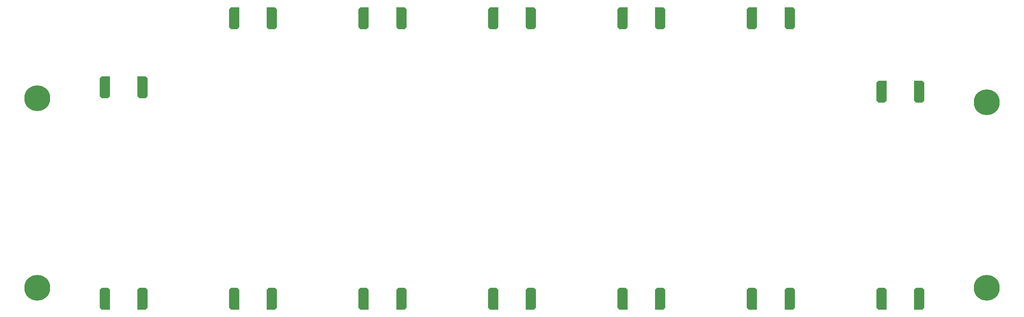
<source format=gbr>
%FSTAX66Y66*%
%MOMM*%
%SFA1B1*%

%IPPOS*%
%AMD14*
4,1,7,-1.206500,-2.016760,-1.206500,2.501900,0.723900,2.501900,1.206500,2.019300,1.206500,-2.016760,0.723900,-2.499360,-0.723900,-2.499360,-1.206500,-2.016760,0.0*
%
%AMD15*
4,1,7,-1.206500,2.019300,-0.723900,2.501900,1.206500,2.501900,1.206500,-2.016760,0.723900,-2.499360,-0.723900,-2.499360,-1.206500,-2.016760,-1.206500,2.019300,0.0*
%
%AMD16*
4,1,7,1.206500,-2.016760,0.723900,-2.499360,-1.206500,-2.499360,-1.206500,2.019300,-0.723900,2.501900,0.723900,2.501900,1.206500,2.019300,1.206500,-2.016760,0.0*
%
%AMD17*
4,1,7,1.206500,2.019300,1.206500,-2.499360,-0.723900,-2.499360,-1.206500,-2.016760,-1.206500,2.019300,-0.723900,2.501900,0.723900,2.501900,1.206500,2.019300,0.0*
%
%ADD12C,5.999988*%
%ADD14D14*%
%ADD15D15*%
%ADD16D16*%
%ADD17D17*%
%LNduts_pads_bot-1*%
%LPD*%
G54D12*
X00000499999Y000049000003D03*
X000224999981Y00004799998D03*
X000224999956Y000005001615D03*
X00000499999Y000005000015D03*
G54D14*
X000209381496Y000050500788D03*
X000179381505Y000067500195D03*
X000059381491Y000067498569D03*
X000089381482Y000067498976D03*
X000119381498Y000067499382D03*
X000149381489Y000067499788D03*
X000029381475Y000051498373D03*
G54D15*
X000200618496Y000050500788D03*
X000170618505Y000067500195D03*
X000050618491Y000067498569D03*
X000080618482Y000067498976D03*
X000110618498Y000067499382D03*
X000140618489Y000067499788D03*
X000020618475Y000051498373D03*
G54D16*
X000179381505Y000002501798D03*
X000149381489Y000002501392D03*
X000119381498Y000002500985D03*
X000089381482Y000002500579D03*
X000059381491Y000002500198D03*
X000029381475Y000002499791D03*
X000209381496Y000002502408D03*
G54D17*
X000170618505Y000002501798D03*
X000140618489Y000002501392D03*
X000110618498Y000002500985D03*
X000080618482Y000002500579D03*
X000050618491Y000002500198D03*
X000020618475Y000002499791D03*
X000200618496Y000002502408D03*
M02*
</source>
